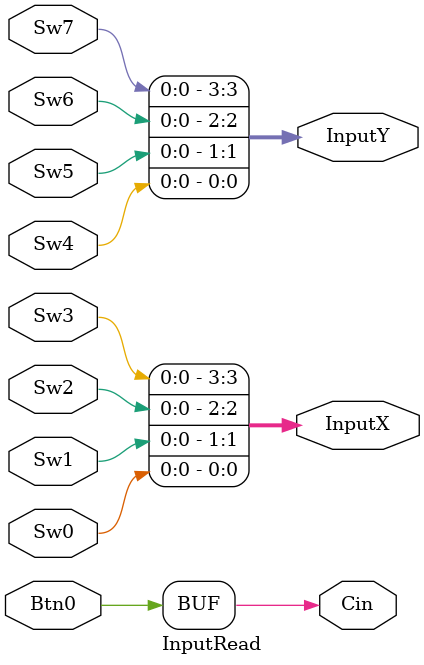
<source format=v>
`timescale 1ns / 1ps
module InputRead(Sw0, Sw1, Sw2, Sw3,Sw4,Sw5,Sw6,Sw7, Btn0, InputX, InputY, Cin);
    input Sw0;
    input Sw1;
    input Sw2;
    input Sw3;
    input Sw4;
    input Sw5;
    input Sw6;
    input Sw7;
 	input Btn0;
    output [3:0] InputX;
    output [3:0] InputY;
	output       Cin;

    assign InputX[0] = Sw0;
    assign InputX[1] = Sw1;
    assign InputX[2] = Sw2;
    assign InputX[3] = Sw3;


    assign InputY[0] = Sw4;
    assign InputY[1] = Sw5;
    assign InputY[2] = Sw6;
    assign InputY[3] = Sw7;

		 
//not(Cin,Btn0);

assign Cin=Btn0;


endmodule

</source>
